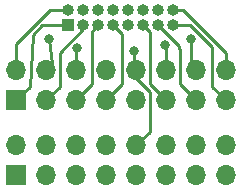
<source format=gbr>
%TF.GenerationSoftware,KiCad,Pcbnew,(5.99.0-3349-g91c4a681c)*%
%TF.CreationDate,2020-09-24T22:53:03-07:00*%
%TF.ProjectId,mod_clip,6d6f645f-636c-4697-902e-6b696361645f,rev?*%
%TF.SameCoordinates,Original*%
%TF.FileFunction,Copper,L2,Bot*%
%TF.FilePolarity,Positive*%
%FSLAX46Y46*%
G04 Gerber Fmt 4.6, Leading zero omitted, Abs format (unit mm)*
G04 Created by KiCad (PCBNEW (5.99.0-3349-g91c4a681c)) date 2020-09-24 22:53:03*
%MOMM*%
%LPD*%
G01*
G04 APERTURE LIST*
%TA.AperFunction,ComponentPad*%
%ADD10R,1.700000X1.700000*%
%TD*%
%TA.AperFunction,ComponentPad*%
%ADD11O,1.700000X1.700000*%
%TD*%
%TA.AperFunction,ComponentPad*%
%ADD12R,1.000000X1.000000*%
%TD*%
%TA.AperFunction,ComponentPad*%
%ADD13O,1.000000X1.000000*%
%TD*%
%TA.AperFunction,ViaPad*%
%ADD14C,0.800000*%
%TD*%
%TA.AperFunction,Conductor*%
%ADD15C,0.250000*%
%TD*%
G04 APERTURE END LIST*
D10*
%TO.P,J2,1,Pin_1*%
%TO.N,/W1*%
X82042000Y-151892000D03*
D11*
%TO.P,J2,2,Pin_2*%
%TO.N,/W2*%
X82042000Y-149352000D03*
%TO.P,J2,3,Pin_3*%
%TO.N,/W3*%
X84582000Y-151892000D03*
%TO.P,J2,4,Pin_4*%
%TO.N,/W4*%
X84582000Y-149352000D03*
%TO.P,J2,5,Pin_5*%
%TO.N,/W5*%
X87122000Y-151892000D03*
%TO.P,J2,6,Pin_6*%
%TO.N,/W6*%
X87122000Y-149352000D03*
%TO.P,J2,7,Pin_7*%
%TO.N,/W7*%
X89662000Y-151892000D03*
%TO.P,J2,8,Pin_8*%
%TO.N,/W8*%
X89662000Y-149352000D03*
%TO.P,J2,9,Pin_9*%
%TO.N,/W9*%
X92202000Y-151892000D03*
%TO.P,J2,10,Pin_10*%
%TO.N,/W10*%
X92202000Y-149352000D03*
%TO.P,J2,11,Pin_11*%
%TO.N,/W11*%
X94742000Y-151892000D03*
%TO.P,J2,12,Pin_12*%
%TO.N,/W12*%
X94742000Y-149352000D03*
%TO.P,J2,13,Pin_13*%
%TO.N,/W13*%
X97282000Y-151892000D03*
%TO.P,J2,14,Pin_14*%
%TO.N,/W14*%
X97282000Y-149352000D03*
%TO.P,J2,15,Pin_15*%
%TO.N,/W15*%
X99822000Y-151892000D03*
%TO.P,J2,16,Pin_16*%
%TO.N,/W16*%
X99822000Y-149352000D03*
%TD*%
D10*
%TO.P,J1,1,Pin_1*%
%TO.N,/W1*%
X82042000Y-145542000D03*
D11*
%TO.P,J1,2,Pin_2*%
%TO.N,/W2*%
X82042000Y-143002000D03*
%TO.P,J1,3,Pin_3*%
%TO.N,/W3*%
X84582000Y-145542000D03*
%TO.P,J1,4,Pin_4*%
%TO.N,/W4*%
X84582000Y-143002000D03*
%TO.P,J1,5,Pin_5*%
%TO.N,/W5*%
X87122000Y-145542000D03*
%TO.P,J1,6,Pin_6*%
%TO.N,/W6*%
X87122000Y-143002000D03*
%TO.P,J1,7,Pin_7*%
%TO.N,/W7*%
X89662000Y-145542000D03*
%TO.P,J1,8,Pin_8*%
%TO.N,/W8*%
X89662000Y-143002000D03*
%TO.P,J1,9,Pin_9*%
%TO.N,/W9*%
X92202000Y-145542000D03*
%TO.P,J1,10,Pin_10*%
%TO.N,/W10*%
X92202000Y-143002000D03*
%TO.P,J1,11,Pin_11*%
%TO.N,/W11*%
X94742000Y-145542000D03*
%TO.P,J1,12,Pin_12*%
%TO.N,/W12*%
X94742000Y-143002000D03*
%TO.P,J1,13,Pin_13*%
%TO.N,/W13*%
X97282000Y-145542000D03*
%TO.P,J1,14,Pin_14*%
%TO.N,/W14*%
X97282000Y-143002000D03*
%TO.P,J1,15,Pin_15*%
%TO.N,/W15*%
X99822000Y-145542000D03*
%TO.P,J1,16,Pin_16*%
%TO.N,/W16*%
X99822000Y-143002000D03*
%TD*%
D12*
%TO.P,J3,1,Pin_1*%
%TO.N,/W1*%
X86487000Y-139192000D03*
D13*
%TO.P,J3,2,Pin_2*%
%TO.N,/W2*%
X86487000Y-137922000D03*
%TO.P,J3,3,Pin_3*%
%TO.N,/W3*%
X87757000Y-139192000D03*
%TO.P,J3,4,Pin_4*%
%TO.N,/W4*%
X87757000Y-137922000D03*
%TO.P,J3,5,Pin_5*%
%TO.N,/W5*%
X89027000Y-139192000D03*
%TO.P,J3,6,Pin_6*%
%TO.N,/W6*%
X89027000Y-137922000D03*
%TO.P,J3,7,Pin_7*%
%TO.N,/W7*%
X90297000Y-139192000D03*
%TO.P,J3,8,Pin_8*%
%TO.N,/W8*%
X90297000Y-137922000D03*
%TO.P,J3,9,Pin_9*%
%TO.N,/W9*%
X91567000Y-139192000D03*
%TO.P,J3,10,Pin_10*%
%TO.N,/W10*%
X91567000Y-137922000D03*
%TO.P,J3,11,Pin_11*%
%TO.N,/W11*%
X92837000Y-139192000D03*
%TO.P,J3,12,Pin_12*%
%TO.N,/W12*%
X92837000Y-137922000D03*
%TO.P,J3,13,Pin_13*%
%TO.N,/W13*%
X94107000Y-139192000D03*
%TO.P,J3,14,Pin_14*%
%TO.N,/W14*%
X94107000Y-137922000D03*
%TO.P,J3,15,Pin_15*%
%TO.N,/W15*%
X95377000Y-139192000D03*
%TO.P,J3,16,Pin_16*%
%TO.N,/W16*%
X95377000Y-137922000D03*
%TD*%
D14*
%TO.N,/W4*%
X84886800Y-140360400D03*
%TO.N,/W14*%
X96901000Y-140335000D03*
%TO.N,/W12*%
X94688989Y-140836563D03*
%TO.N,/W10*%
X92075000Y-141351000D03*
%TO.N,/W6*%
X87211873Y-141093159D03*
%TD*%
D15*
%TO.N,/W4*%
X84886800Y-140360400D02*
X85090000Y-142494000D01*
X85090000Y-142494000D02*
X84582000Y-143002000D01*
%TO.N,/W1*%
X82042000Y-145542000D02*
X83217001Y-144366999D01*
X83217001Y-144366999D02*
X83464400Y-140004800D01*
X83464400Y-140004800D02*
X84277200Y-139192000D01*
X84277200Y-139192000D02*
X86487000Y-139192000D01*
%TO.N,/W16*%
X99822000Y-143002000D02*
X99822000Y-141546587D01*
X99822000Y-141546587D02*
X96197413Y-137922000D01*
X96197413Y-137922000D02*
X95377000Y-137922000D01*
%TO.N,/W15*%
X96831002Y-139192000D02*
X95377000Y-139192000D01*
X98646999Y-144366999D02*
X98646999Y-141007997D01*
X99822000Y-145542000D02*
X98646999Y-144366999D01*
X98646999Y-141007997D02*
X96831002Y-139192000D01*
%TO.N,/W14*%
X96901000Y-140335000D02*
X96901000Y-142621000D01*
%TO.N,/W13*%
X95413999Y-140498999D02*
X94107000Y-139192000D01*
X95917001Y-141440003D02*
X95885000Y-140970000D01*
X95885000Y-140970000D02*
X95413999Y-140498999D01*
X95917001Y-144177001D02*
X95917001Y-141440003D01*
X97282000Y-145542000D02*
X95917001Y-144177001D01*
%TO.N,/W12*%
X94742000Y-140889574D02*
X94688989Y-140836563D01*
X94742000Y-143002000D02*
X94742000Y-140889574D01*
%TO.N,/W11*%
X93377001Y-144177001D02*
X93377001Y-139732001D01*
X94742000Y-145542000D02*
X93377001Y-144177001D01*
X93377001Y-139732001D02*
X92837000Y-139192000D01*
%TO.N,/W10*%
X93377001Y-148176999D02*
X93377001Y-144813411D01*
X92075000Y-141351000D02*
X92075000Y-142875000D01*
X92202000Y-149352000D02*
X93377001Y-148176999D01*
X93377001Y-144813411D02*
X92202000Y-143638410D01*
%TO.N,/W7*%
X91026999Y-139921999D02*
X90297000Y-139192000D01*
X89662000Y-145542000D02*
X91026999Y-144177001D01*
X91026999Y-144177001D02*
X91026999Y-139921999D01*
%TO.N,/W6*%
X87122000Y-141183032D02*
X87211873Y-141093159D01*
X87122000Y-143002000D02*
X87122000Y-141183032D01*
%TO.N,/W5*%
X88486999Y-139732001D02*
X89027000Y-139192000D01*
X87122000Y-145542000D02*
X88486999Y-144177001D01*
X88486999Y-144177001D02*
X88486999Y-139732001D01*
%TO.N,/W3*%
X84582000Y-145542000D02*
X85757001Y-144366999D01*
X85757001Y-141519997D02*
X87757000Y-139519998D01*
X87757000Y-139519998D02*
X87757000Y-139192000D01*
X85757001Y-144366999D02*
X85757001Y-141519997D01*
%TO.N,/W2*%
X82042000Y-143002000D02*
X82042000Y-140784587D01*
X82042000Y-140784587D02*
X84904587Y-137922000D01*
X84904587Y-137922000D02*
X86487000Y-137922000D01*
%TD*%
M02*

</source>
